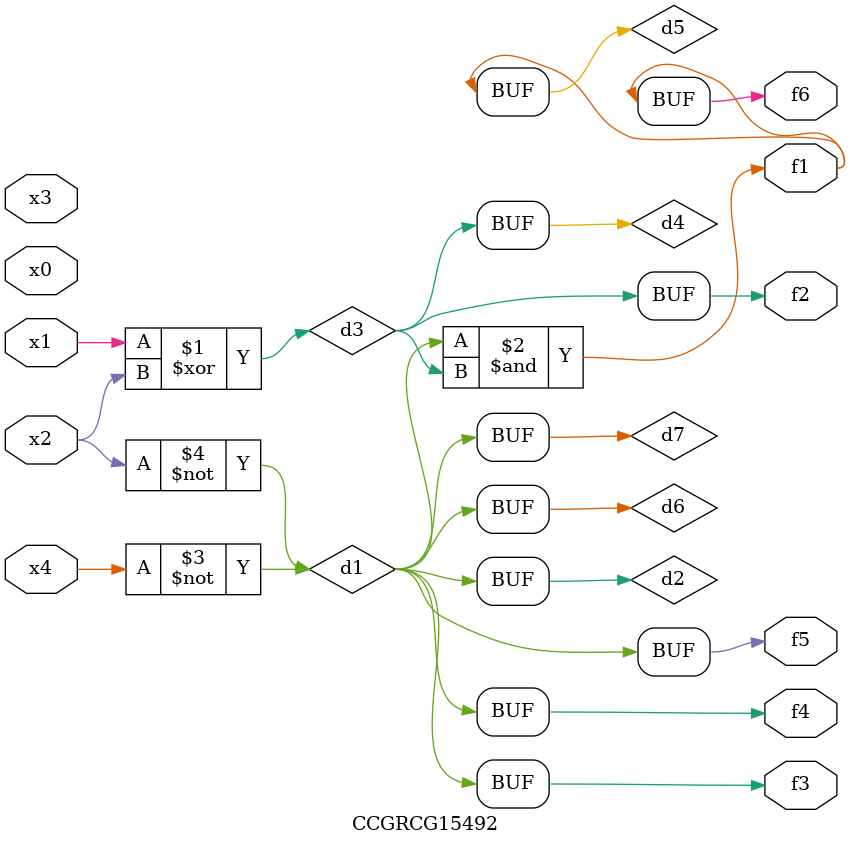
<source format=v>
module CCGRCG15492(
	input x0, x1, x2, x3, x4,
	output f1, f2, f3, f4, f5, f6
);

	wire d1, d2, d3, d4, d5, d6, d7;

	not (d1, x4);
	not (d2, x2);
	xor (d3, x1, x2);
	buf (d4, d3);
	and (d5, d1, d3);
	buf (d6, d1, d2);
	buf (d7, d2);
	assign f1 = d5;
	assign f2 = d4;
	assign f3 = d7;
	assign f4 = d7;
	assign f5 = d7;
	assign f6 = d5;
endmodule

</source>
